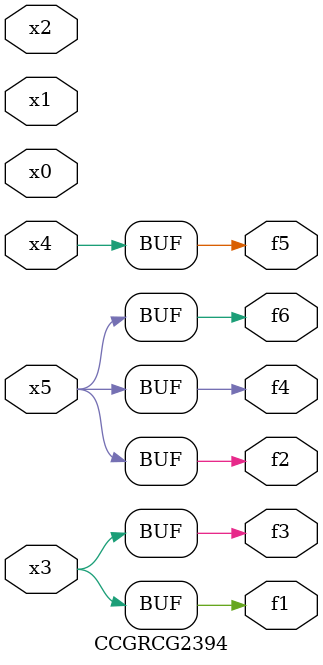
<source format=v>
module CCGRCG2394(
	input x0, x1, x2, x3, x4, x5,
	output f1, f2, f3, f4, f5, f6
);
	assign f1 = x3;
	assign f2 = x5;
	assign f3 = x3;
	assign f4 = x5;
	assign f5 = x4;
	assign f6 = x5;
endmodule

</source>
